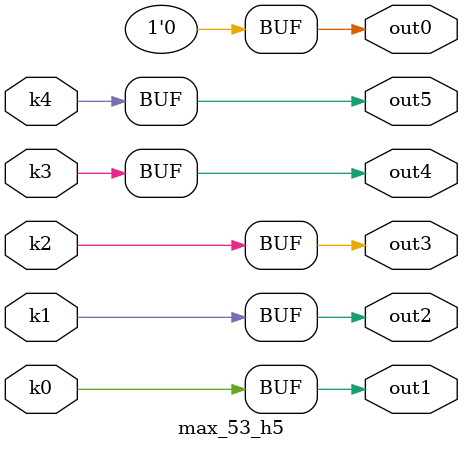
<source format=v>
module max_53(pi00, pi01, pi02, pi03, pi04, pi05, pi06, pi07, pi08, pi09, pi10, pi11, pi12, po0, po1, po2, po3, po4, po5);
input pi00, pi01, pi02, pi03, pi04, pi05, pi06, pi07, pi08, pi09, pi10, pi11, pi12;
output po0, po1, po2, po3, po4, po5;
wire k0, k1, k2, k3, k4;
max_53_w5 DUT1 (pi00, pi01, pi02, pi03, pi04, pi05, pi06, pi07, pi08, pi09, pi10, pi11, pi12, k0, k1, k2, k3, k4);
max_53_h5 DUT2 (k0, k1, k2, k3, k4, po0, po1, po2, po3, po4, po5);
endmodule

module max_53_w5(in12, in11, in10, in9, in8, in7, in6, in5, in4, in3, in2, in1, in0, k4, k3, k2, k1, k0);
input in12, in11, in10, in9, in8, in7, in6, in5, in4, in3, in2, in1, in0;
output k4, k3, k2, k1, k0;
assign k0 =   in0 ? ~in10 : ~in5;
assign k1 =   in0 ? ~in11 : ~in6;
assign k2 =   in0 ? ~in12 : ~in7;
assign k3 =   in0 ? ~in8 : ~in3;
assign k4 =   ~in1 & ((((in12 & (~in7 | ~in2)) | (~in7 & ~in2)) & (in8 | ~in3) & (in9 | ~in4) & (in10 | ~in5) & (in11 | ~in6)) | ((in8 | ~in3) & (((in9 | ~in4) & ((in11 & ~in6 & (in10 | ~in5)) | (in10 & ~in5))) | (in9 & ~in4))) | (in8 & ~in3));
endmodule

module max_53_h5(k4, k3, k2, k1, k0, out5, out4, out3, out2, out1, out0);
input k4, k3, k2, k1, k0;
output out5, out4, out3, out2, out1, out0;
assign out0 = 0;
assign out1 = k0;
assign out2 = k1;
assign out3 = k2;
assign out4 = k3;
assign out5 = k4;
endmodule

</source>
